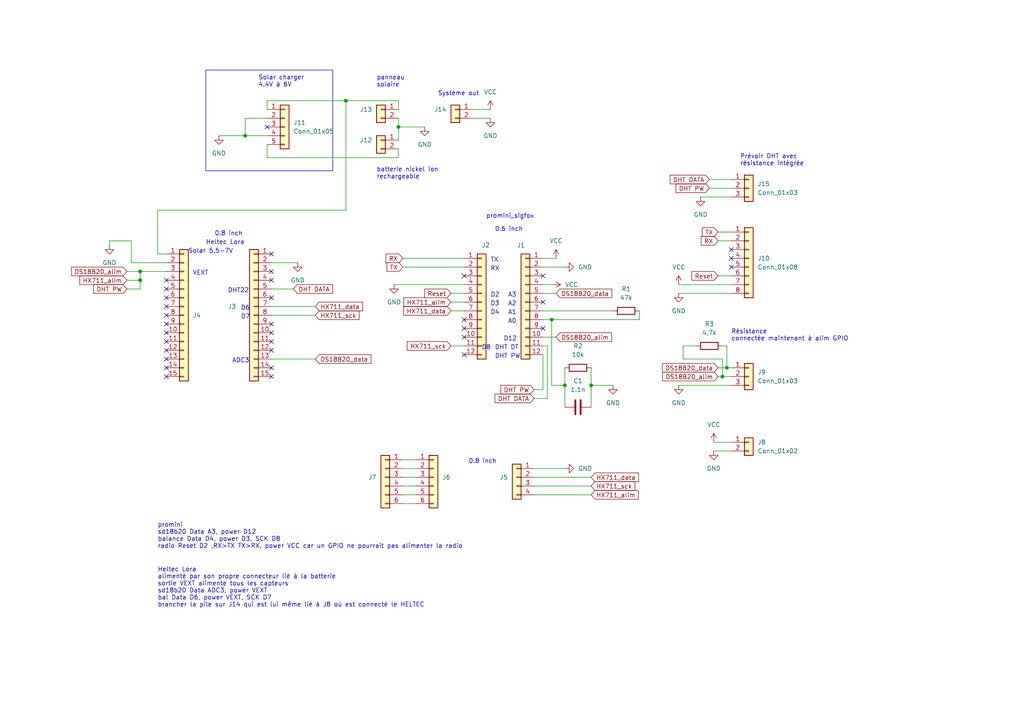
<source format=kicad_sch>
(kicad_sch (version 20230121) (generator eeschema)
  (paper "A4")
  (title_block (date "sam. 04 avril 2015"))
  (lib_symbols
    (symbol "Connector_Generic:Conn_01x02" (pin_names (offset 1.016) hide)
      (property "Reference" "J" (at 0 2.54 0))
      (property "Value" "Conn_01x02" (at 0 -5.08 0))
      (symbol "Conn_01x02_1_1"
        (rectangle (start -1.27 -2.413) (end 0 -2.667) (stroke (width 0.1524)))
        (rectangle (start -1.27 0.127) (end 0 -0.127) (stroke (width 0.1524)))
        (rectangle (start -1.27 1.27) (end 1.27 -3.81) (stroke (width 0.254)) (fill (type background)))
        (pin passive line (at -5.08 0 0) (length 3.81) (name "Pin_1") (number "1"))
        (pin passive line (at -5.08 -2.54 0) (length 3.81) (name "Pin_2") (number "2"))
      )
    )
    (symbol "Connector_Generic:Conn_01x03" (pin_names (offset 1.016) hide)
      (property "Reference" "J" (at 0 5.08 0))
      (property "Value" "Conn_01x03" (at 0 -5.08 0))
      (symbol "Conn_01x03_1_1"
        (rectangle (start -1.27 -2.413) (end 0 -2.667) (stroke (width 0.1524)))
        (rectangle (start -1.27 0.127) (end 0 -0.127) (stroke (width 0.1524)))
        (rectangle (start -1.27 2.667) (end 0 2.413) (stroke (width 0.1524)))
        (rectangle (start -1.27 3.81) (end 1.27 -3.81) (stroke (width 0.254)) (fill (type background)))
        (pin passive line (at -5.08 2.54 0) (length 3.81) (name "Pin_1") (number "1"))
        (pin passive line (at -5.08 0 0) (length 3.81) (name "Pin_2") (number "2"))
        (pin passive line (at -5.08 -2.54 0) (length 3.81) (name "Pin_3") (number "3"))
      )
    )
    (symbol "Connector_Generic:Conn_01x04" (pin_names (offset 1.016) hide)
      (property "Reference" "J" (at 0 5.08 0))
      (property "Value" "Conn_01x04" (at 0 -7.62 0))
      (symbol "Conn_01x04_1_1"
        (rectangle (start -1.27 -4.953) (end 0 -5.207) (stroke (width 0.1524)))
        (rectangle (start -1.27 -2.413) (end 0 -2.667) (stroke (width 0.1524)))
        (rectangle (start -1.27 0.127) (end 0 -0.127) (stroke (width 0.1524)))
        (rectangle (start -1.27 2.667) (end 0 2.413) (stroke (width 0.1524)))
        (rectangle (start -1.27 3.81) (end 1.27 -6.35) (stroke (width 0.254)) (fill (type background)))
        (pin passive line (at -5.08 2.54 0) (length 3.81) (name "Pin_1") (number "1"))
        (pin passive line (at -5.08 0 0) (length 3.81) (name "Pin_2") (number "2"))
        (pin passive line (at -5.08 -2.54 0) (length 3.81) (name "Pin_3") (number "3"))
        (pin passive line (at -5.08 -5.08 0) (length 3.81) (name "Pin_4") (number "4"))
      )
    )
    (symbol "Connector_Generic:Conn_01x05" (pin_names (offset 1.016) hide)
      (property "Reference" "J" (at 0 7.62 0))
      (property "Value" "Conn_01x05" (at 0 -7.62 0))
      (symbol "Conn_01x05_1_1"
        (rectangle (start -1.27 -4.953) (end 0 -5.207) (stroke (width 0.1524)))
        (rectangle (start -1.27 -2.413) (end 0 -2.667) (stroke (width 0.1524)))
        (rectangle (start -1.27 0.127) (end 0 -0.127) (stroke (width 0.1524)))
        (rectangle (start -1.27 2.667) (end 0 2.413) (stroke (width 0.1524)))
        (rectangle (start -1.27 5.207) (end 0 4.953) (stroke (width 0.1524)))
        (rectangle (start -1.27 6.35) (end 1.27 -6.35) (stroke (width 0.254)) (fill (type background)))
        (pin passive line (at -5.08 5.08 0) (length 3.81) (name "Pin_1") (number "1"))
        (pin passive line (at -5.08 2.54 0) (length 3.81) (name "Pin_2") (number "2"))
        (pin passive line (at -5.08 0 0) (length 3.81) (name "Pin_3") (number "3"))
        (pin passive line (at -5.08 -2.54 0) (length 3.81) (name "Pin_4") (number "4"))
        (pin passive line (at -5.08 -5.08 0) (length 3.81) (name "Pin_5") (number "5"))
      )
    )
    (symbol "Connector_Generic:Conn_01x06" (pin_names (offset 1.016) hide)
      (property "Reference" "J" (at 0 7.62 0))
      (property "Value" "Conn_01x06" (at 0 -10.16 0))
      (symbol "Conn_01x06_1_1"
        (rectangle (start -1.27 -7.493) (end 0 -7.747) (stroke (width 0.1524)))
        (rectangle (start -1.27 -4.953) (end 0 -5.207) (stroke (width 0.1524)))
        (rectangle (start -1.27 -2.413) (end 0 -2.667) (stroke (width 0.1524)))
        (rectangle (start -1.27 0.127) (end 0 -0.127) (stroke (width 0.1524)))
        (rectangle (start -1.27 2.667) (end 0 2.413) (stroke (width 0.1524)))
        (rectangle (start -1.27 5.207) (end 0 4.953) (stroke (width 0.1524)))
        (rectangle (start -1.27 6.35) (end 1.27 -8.89) (stroke (width 0.254)) (fill (type background)))
        (pin passive line (at -5.08 5.08 0) (length 3.81) (name "Pin_1") (number "1"))
        (pin passive line (at -5.08 2.54 0) (length 3.81) (name "Pin_2") (number "2"))
        (pin passive line (at -5.08 0 0) (length 3.81) (name "Pin_3") (number "3"))
        (pin passive line (at -5.08 -2.54 0) (length 3.81) (name "Pin_4") (number "4"))
        (pin passive line (at -5.08 -5.08 0) (length 3.81) (name "Pin_5") (number "5"))
        (pin passive line (at -5.08 -7.62 0) (length 3.81) (name "Pin_6") (number "6"))
      )
    )
    (symbol "Connector_Generic:Conn_01x08" (pin_names (offset 1.016) hide)
      (property "Reference" "J" (at 0 10.16 0))
      (property "Value" "Conn_01x08" (at 0 -12.7 0))
      (symbol "Conn_01x08_1_1"
        (rectangle (start -1.27 -10.033) (end 0 -10.287) (stroke (width 0.1524)))
        (rectangle (start -1.27 -7.493) (end 0 -7.747) (stroke (width 0.1524)))
        (rectangle (start -1.27 -4.953) (end 0 -5.207) (stroke (width 0.1524)))
        (rectangle (start -1.27 -2.413) (end 0 -2.667) (stroke (width 0.1524)))
        (rectangle (start -1.27 0.127) (end 0 -0.127) (stroke (width 0.1524)))
        (rectangle (start -1.27 2.667) (end 0 2.413) (stroke (width 0.1524)))
        (rectangle (start -1.27 5.207) (end 0 4.953) (stroke (width 0.1524)))
        (rectangle (start -1.27 7.747) (end 0 7.493) (stroke (width 0.1524)))
        (rectangle (start -1.27 8.89) (end 1.27 -11.43) (stroke (width 0.254)) (fill (type background)))
        (pin passive line (at -5.08 7.62 0) (length 3.81) (name "Pin_1") (number "1"))
        (pin passive line (at -5.08 5.08 0) (length 3.81) (name "Pin_2") (number "2"))
        (pin passive line (at -5.08 2.54 0) (length 3.81) (name "Pin_3") (number "3"))
        (pin passive line (at -5.08 0 0) (length 3.81) (name "Pin_4") (number "4"))
        (pin passive line (at -5.08 -2.54 0) (length 3.81) (name "Pin_5") (number "5"))
        (pin passive line (at -5.08 -5.08 0) (length 3.81) (name "Pin_6") (number "6"))
        (pin passive line (at -5.08 -7.62 0) (length 3.81) (name "Pin_7") (number "7"))
        (pin passive line (at -5.08 -10.16 0) (length 3.81) (name "Pin_8") (number "8"))
      )
    )
    (symbol "Connector_Generic:Conn_01x12" (pin_names (offset 1.016) hide)
      (property "Reference" "J" (at 0 15.24 0))
      (property "Value" "Conn_01x12" (at 0 -17.78 0))
      (symbol "Conn_01x12_1_1"
        (rectangle (start -1.27 -15.113) (end 0 -15.367) (stroke (width 0.1524)))
        (rectangle (start -1.27 -12.573) (end 0 -12.827) (stroke (width 0.1524)))
        (rectangle (start -1.27 -10.033) (end 0 -10.287) (stroke (width 0.1524)))
        (rectangle (start -1.27 -7.493) (end 0 -7.747) (stroke (width 0.1524)))
        (rectangle (start -1.27 -4.953) (end 0 -5.207) (stroke (width 0.1524)))
        (rectangle (start -1.27 -2.413) (end 0 -2.667) (stroke (width 0.1524)))
        (rectangle (start -1.27 0.127) (end 0 -0.127) (stroke (width 0.1524)))
        (rectangle (start -1.27 2.667) (end 0 2.413) (stroke (width 0.1524)))
        (rectangle (start -1.27 5.207) (end 0 4.953) (stroke (width 0.1524)))
        (rectangle (start -1.27 7.747) (end 0 7.493) (stroke (width 0.1524)))
        (rectangle (start -1.27 10.287) (end 0 10.033) (stroke (width 0.1524)))
        (rectangle (start -1.27 12.827) (end 0 12.573) (stroke (width 0.1524)))
        (rectangle (start -1.27 13.97) (end 1.27 -16.51) (stroke (width 0.254)) (fill (type background)))
        (pin passive line (at -5.08 12.7 0) (length 3.81) (name "Pin_1") (number "1"))
        (pin passive line (at -5.08 -10.16 0) (length 3.81) (name "Pin_10") (number "10"))
        (pin passive line (at -5.08 -12.7 0) (length 3.81) (name "Pin_11") (number "11"))
        (pin passive line (at -5.08 -15.24 0) (length 3.81) (name "Pin_12") (number "12"))
        (pin passive line (at -5.08 10.16 0) (length 3.81) (name "Pin_2") (number "2"))
        (pin passive line (at -5.08 7.62 0) (length 3.81) (name "Pin_3") (number "3"))
        (pin passive line (at -5.08 5.08 0) (length 3.81) (name "Pin_4") (number "4"))
        (pin passive line (at -5.08 2.54 0) (length 3.81) (name "Pin_5") (number "5"))
        (pin passive line (at -5.08 0 0) (length 3.81) (name "Pin_6") (number "6"))
        (pin passive line (at -5.08 -2.54 0) (length 3.81) (name "Pin_7") (number "7"))
        (pin passive line (at -5.08 -5.08 0) (length 3.81) (name "Pin_8") (number "8"))
        (pin passive line (at -5.08 -7.62 0) (length 3.81) (name "Pin_9") (number "9"))
      )
    )
    (symbol "Connector_Generic:Conn_01x15" (pin_names (offset 1.016) hide)
      (property "Reference" "J" (at 0 20.32 0))
      (property "Value" "Conn_01x15" (at 0 -20.32 0))
      (symbol "Conn_01x15_1_1"
        (rectangle (start -1.27 -17.653) (end 0 -17.907) (stroke (width 0.1524)))
        (rectangle (start -1.27 -15.113) (end 0 -15.367) (stroke (width 0.1524)))
        (rectangle (start -1.27 -12.573) (end 0 -12.827) (stroke (width 0.1524)))
        (rectangle (start -1.27 -10.033) (end 0 -10.287) (stroke (width 0.1524)))
        (rectangle (start -1.27 -7.493) (end 0 -7.747) (stroke (width 0.1524)))
        (rectangle (start -1.27 -4.953) (end 0 -5.207) (stroke (width 0.1524)))
        (rectangle (start -1.27 -2.413) (end 0 -2.667) (stroke (width 0.1524)))
        (rectangle (start -1.27 0.127) (end 0 -0.127) (stroke (width 0.1524)))
        (rectangle (start -1.27 2.667) (end 0 2.413) (stroke (width 0.1524)))
        (rectangle (start -1.27 5.207) (end 0 4.953) (stroke (width 0.1524)))
        (rectangle (start -1.27 7.747) (end 0 7.493) (stroke (width 0.1524)))
        (rectangle (start -1.27 10.287) (end 0 10.033) (stroke (width 0.1524)))
        (rectangle (start -1.27 12.827) (end 0 12.573) (stroke (width 0.1524)))
        (rectangle (start -1.27 15.367) (end 0 15.113) (stroke (width 0.1524)))
        (rectangle (start -1.27 17.907) (end 0 17.653) (stroke (width 0.1524)))
        (rectangle (start -1.27 19.05) (end 1.27 -19.05) (stroke (width 0.254)) (fill (type background)))
        (pin passive line (at -5.08 17.78 0) (length 3.81) (name "Pin_1") (number "1"))
        (pin passive line (at -5.08 -5.08 0) (length 3.81) (name "Pin_10") (number "10"))
        (pin passive line (at -5.08 -7.62 0) (length 3.81) (name "Pin_11") (number "11"))
        (pin passive line (at -5.08 -10.16 0) (length 3.81) (name "Pin_12") (number "12"))
        (pin passive line (at -5.08 -12.7 0) (length 3.81) (name "Pin_13") (number "13"))
        (pin passive line (at -5.08 -15.24 0) (length 3.81) (name "Pin_14") (number "14"))
        (pin passive line (at -5.08 -17.78 0) (length 3.81) (name "Pin_15") (number "15"))
        (pin passive line (at -5.08 15.24 0) (length 3.81) (name "Pin_2") (number "2"))
        (pin passive line (at -5.08 12.7 0) (length 3.81) (name "Pin_3") (number "3"))
        (pin passive line (at -5.08 10.16 0) (length 3.81) (name "Pin_4") (number "4"))
        (pin passive line (at -5.08 7.62 0) (length 3.81) (name "Pin_5") (number "5"))
        (pin passive line (at -5.08 5.08 0) (length 3.81) (name "Pin_6") (number "6"))
        (pin passive line (at -5.08 2.54 0) (length 3.81) (name "Pin_7") (number "7"))
        (pin passive line (at -5.08 0 0) (length 3.81) (name "Pin_8") (number "8"))
        (pin passive line (at -5.08 -2.54 0) (length 3.81) (name "Pin_9") (number "9"))
      )
    )
    (symbol "Device:C" (pin_numbers hide) (pin_names (offset 0.254))
      (property "Reference" "C" (at 0.635 2.54 0))
      (property "Value" "C" (at 0.635 -2.54 0))
      (symbol "C_0_1"
        (polyline (pts (xy -2.032 -0.762) (xy 2.032 -0.762)) (stroke (width 0.508)))
        (polyline (pts (xy -2.032 0.762) (xy 2.032 0.762)) (stroke (width 0.508)))
      )
      (symbol "C_1_1"
        (pin passive line (at 0 3.81 270) (length 2.794) (name "~") (number "1"))
        (pin passive line (at 0 -3.81 90) (length 2.794) (name "~") (number "2"))
      )
    )
    (symbol "Device:R" (pin_numbers hide) (pin_names (offset 0))
      (property "Reference" "R" (at 2.032 0 90))
      (property "Value" "R" (at 0 0 90))
      (symbol "R_0_1"
        (rectangle (start -1.016 -2.54) (end 1.016 2.54) (stroke (width 0.254)))
      )
      (symbol "R_1_1"
        (pin passive line (at 0 3.81 270) (length 1.27) (name "~") (number "1"))
        (pin passive line (at 0 -3.81 90) (length 1.27) (name "~") (number "2"))
      )
    )
    (symbol "GND_1" (power) (pin_names (offset 0))
      (property "Value" "GND_1" (at 0 -3.81 0))
      (symbol "GND_1_0_1"
        (polyline (pts (xy 0 0) (xy 0 -1.27) (xy 1.27 -1.27) (xy 0 -2.54) (xy -1.27 -1.27) (xy 0 -1.27)))
      )
      (symbol "GND_1_1_1"
        (pin power_in line (at 0 0 270) (length 0) hide (name "GND") (number "1"))
      )
    )
    (symbol "VCC_1" (power) (pin_names (offset 0))
      (property "Value" "VCC_1" (at 0 3.81 0))
      (symbol "VCC_1_0_1"
        (polyline (pts (xy -0.762 1.27) (xy 0 2.54)))
        (polyline (pts (xy 0 0) (xy 0 2.54)))
        (polyline (pts (xy 0 2.54) (xy 0.762 1.27)))
      )
      (symbol "VCC_1_1_1"
        (pin power_in line (at 0 0 90) (length 0) hide (name "VCC") (number "1"))
      )
    )
    (symbol "power:GND" (power) (pin_names (offset 0))
      (property "Value" "GND" (at 0 -3.81 0))
      (symbol "GND_0_1"
        (polyline (pts (xy 0 0) (xy 0 -1.27) (xy 1.27 -1.27) (xy 0 -2.54) (xy -1.27 -1.27) (xy 0 -1.27)))
      )
      (symbol "GND_1_1"
        (pin power_in line (at 0 0 270) (length 0) hide (name "GND") (number "1"))
      )
    )
    (symbol "power:VCC" (power) (pin_names (offset 0))
      (property "Value" "VCC" (at 0 3.81 0))
      (symbol "VCC_0_1"
        (polyline (pts (xy -0.762 1.27) (xy 0 2.54)))
        (polyline (pts (xy 0 0) (xy 0 2.54)))
        (polyline (pts (xy 0 2.54) (xy 0.762 1.27)))
      )
      (symbol "VCC_1_1"
        (pin power_in line (at 0 0 90) (length 0) hide (name "VCC") (number "1"))
      )
    )
  )
  (junction (at 115.57 36.83))
  (junction (at 210.82 106.68))
  (junction (at 160.02 92.71))
  (junction (at 100.33 29.21))
  (junction (at 40.64 81.28))
  (junction (at 171.45 111.76))
  (junction (at 40.64 78.74))
  (junction (at 163.83 111.76))
  (junction (at 71.12 39.37))
  (junction (at 209.55 109.22))
  (no_connect (at 48.26 86.36))
  (no_connect (at 78.74 99.06))
  (no_connect (at 78.74 96.52))
  (no_connect (at 134.62 92.71))
  (no_connect (at 78.74 81.28))
  (no_connect (at 48.26 99.06))
  (no_connect (at 48.26 83.82))
  (no_connect (at 78.74 109.22))
  (no_connect (at 157.48 80.01))
  (no_connect (at 78.74 93.98))
  (no_connect (at 48.26 101.6))
  (no_connect (at 212.09 72.39))
  (no_connect (at 48.26 106.68))
  (no_connect (at 78.74 86.36))
  (no_connect (at 48.26 109.22))
  (no_connect (at 78.74 106.68))
  (no_connect (at 48.26 96.52))
  (no_connect (at 134.62 102.87))
  (no_connect (at 157.48 87.63))
  (no_connect (at 48.26 91.44))
  (no_connect (at 78.74 73.66))
  (no_connect (at 134.62 95.25))
  (no_connect (at 48.26 104.14))
  (no_connect (at 48.26 81.28))
  (no_connect (at 134.62 97.79))
  (no_connect (at 78.74 101.6))
  (no_connect (at 48.26 93.98))
  (no_connect (at 77.47 36.83))
  (no_connect (at 157.48 95.25))
  (no_connect (at 134.62 80.01))
  (no_connect (at 212.09 77.47))
  (no_connect (at 78.74 78.74))
  (no_connect (at 48.26 88.9))
  (no_connect (at 212.09 74.93))
  (wire (pts (xy 157.48 97.79) (xy 161.29 97.79)))
  (wire (pts (xy 77.47 29.21) (xy 77.47 31.75)))
  (wire (pts (xy 40.64 78.74) (xy 48.26 78.74)))
  (wire (pts (xy 116.84 143.51) (xy 120.65 143.51)))
  (wire (pts (xy 36.83 83.82) (xy 40.64 83.82)))
  (wire (pts (xy 45.72 73.66) (xy 48.26 73.66)))
  (wire (pts (xy 205.74 54.61) (xy 212.09 54.61)))
  (wire (pts (xy 114.3 82.55) (xy 134.62 82.55)))
  (wire (pts (xy 157.48 85.09) (xy 161.29 85.09)))
  (wire (pts (xy 163.83 111.76) (xy 163.83 118.11)))
  (wire (pts (xy 77.47 41.91) (xy 77.47 45.72)))
  (wire (pts (xy 36.83 78.74) (xy 40.64 78.74)))
  (polyline (pts (xy 59.69 49.53) (xy 96.52 49.53)))
  (wire (pts (xy 154.94 135.89) (xy 163.83 135.89)))
  (polyline (pts (xy 60.96 20.32) (xy 96.52 20.32)))
  (wire (pts (xy 100.33 60.96) (xy 45.72 60.96)))
  (wire (pts (xy 209.55 104.14) (xy 209.55 109.22)))
  (wire (pts (xy 116.84 74.93) (xy 134.62 74.93)))
  (wire (pts (xy 100.33 29.21) (xy 100.33 60.96)))
  (wire (pts (xy 198.12 100.33) (xy 198.12 104.14)))
  (wire (pts (xy 160.02 92.71) (xy 160.02 111.76)))
  (wire (pts (xy 116.84 140.97) (xy 120.65 140.97)))
  (wire (pts (xy 208.28 67.31) (xy 212.09 67.31)))
  (wire (pts (xy 38.1 69.85) (xy 31.75 69.85)))
  (wire (pts (xy 31.75 69.85) (xy 31.75 71.12)))
  (wire (pts (xy 205.74 52.07) (xy 212.09 52.07)))
  (wire (pts (xy 157.48 82.55) (xy 160.02 82.55)))
  (wire (pts (xy 115.57 36.83) (xy 123.19 36.83)))
  (wire (pts (xy 207.01 130.81) (xy 212.09 130.81)))
  (wire (pts (xy 63.5 39.37) (xy 71.12 39.37)))
  (wire (pts (xy 115.57 29.21) (xy 100.33 29.21)))
  (wire (pts (xy 210.82 106.68) (xy 212.09 106.68)))
  (wire (pts (xy 157.48 92.71) (xy 160.02 92.71)))
  (wire (pts (xy 40.64 83.82) (xy 40.64 81.28)))
  (wire (pts (xy 116.84 135.89) (xy 120.65 135.89)))
  (wire (pts (xy 160.02 111.76) (xy 163.83 111.76)))
  (wire (pts (xy 115.57 34.29) (xy 115.57 36.83)))
  (wire (pts (xy 130.81 90.17) (xy 134.62 90.17)))
  (wire (pts (xy 115.57 36.83) (xy 115.57 40.64)))
  (wire (pts (xy 45.72 60.96) (xy 45.72 73.66)))
  (wire (pts (xy 71.12 34.29) (xy 71.12 39.37)))
  (wire (pts (xy 196.85 82.55) (xy 212.09 82.55)))
  (wire (pts (xy 203.2 57.15) (xy 212.09 57.15)))
  (wire (pts (xy 157.48 102.87) (xy 157.48 113.03)))
  (wire (pts (xy 130.81 85.09) (xy 134.62 85.09)))
  (wire (pts (xy 198.12 104.14) (xy 209.55 104.14)))
  (wire (pts (xy 130.81 87.63) (xy 134.62 87.63)))
  (wire (pts (xy 115.57 45.72) (xy 77.47 45.72)))
  (wire (pts (xy 208.28 69.85) (xy 212.09 69.85)))
  (wire (pts (xy 209.55 109.22) (xy 212.09 109.22)))
  (wire (pts (xy 38.1 76.2) (xy 38.1 69.85)))
  (wire (pts (xy 77.47 34.29) (xy 71.12 34.29)))
  (wire (pts (xy 137.16 34.29) (xy 142.24 34.29)))
  (wire (pts (xy 208.28 109.22) (xy 209.55 109.22)))
  (wire (pts (xy 185.42 92.71) (xy 185.42 90.17)))
  (wire (pts (xy 157.48 113.03) (xy 154.94 113.03)))
  (wire (pts (xy 130.81 100.33) (xy 134.62 100.33)))
  (wire (pts (xy 157.48 77.47) (xy 163.83 77.47)))
  (wire (pts (xy 115.57 43.18) (xy 115.57 45.72)))
  (wire (pts (xy 154.94 138.43) (xy 171.45 138.43)))
  (wire (pts (xy 116.84 146.05) (xy 120.65 146.05)))
  (wire (pts (xy 115.57 31.75) (xy 115.57 29.21)))
  (wire (pts (xy 116.84 133.35) (xy 120.65 133.35)))
  (wire (pts (xy 40.64 81.28) (xy 40.64 78.74)))
  (wire (pts (xy 158.75 115.57) (xy 154.94 115.57)))
  (wire (pts (xy 209.55 100.33) (xy 210.82 100.33)))
  (wire (pts (xy 154.94 143.51) (xy 171.45 143.51)))
  (wire (pts (xy 198.12 100.33) (xy 201.93 100.33)))
  (polyline (pts (xy 59.69 20.32) (xy 60.96 20.32)))
  (wire (pts (xy 116.84 138.43) (xy 120.65 138.43)))
  (wire (pts (xy 157.48 90.17) (xy 177.8 90.17)))
  (wire (pts (xy 160.02 92.71) (xy 185.42 92.71)))
  (wire (pts (xy 210.82 100.33) (xy 210.82 106.68)))
  (wire (pts (xy 78.74 76.2) (xy 86.36 76.2)))
  (wire (pts (xy 36.83 81.28) (xy 40.64 81.28)))
  (wire (pts (xy 78.74 104.14) (xy 91.44 104.14)))
  (wire (pts (xy 78.74 83.82) (xy 85.09 83.82)))
  (wire (pts (xy 78.74 88.9) (xy 91.44 88.9)))
  (wire (pts (xy 71.12 39.37) (xy 77.47 39.37)))
  (polyline (pts (xy 96.52 49.53) (xy 96.52 48.26)))
  (wire (pts (xy 171.45 106.68) (xy 171.45 111.76)))
  (wire (pts (xy 208.28 106.68) (xy 210.82 106.68)))
  (wire (pts (xy 171.45 111.76) (xy 171.45 118.11)))
  (wire (pts (xy 157.48 100.33) (xy 158.75 100.33)))
  (wire (pts (xy 207.01 128.27) (xy 212.09 128.27)))
  (wire (pts (xy 154.94 140.97) (xy 171.45 140.97)))
  (wire (pts (xy 48.26 76.2) (xy 38.1 76.2)))
  (polyline (pts (xy 59.69 49.53) (xy 59.69 20.32)))
  (wire (pts (xy 171.45 111.76) (xy 177.8 111.76)))
  (wire (pts (xy 208.28 80.01) (xy 212.09 80.01)))
  (wire (pts (xy 163.83 106.68) (xy 163.83 111.76)))
  (wire (pts (xy 196.85 111.76) (xy 212.09 111.76)))
  (wire (pts (xy 137.16 31.75) (xy 142.24 31.75)))
  (polyline (pts (xy 96.52 20.32) (xy 96.52 49.53)))
  (wire (pts (xy 100.33 29.21) (xy 77.47 29.21)))
  (wire (pts (xy 157.48 74.93) (xy 161.29 74.93)))
  (wire (pts (xy 196.85 85.09) (xy 212.09 85.09)))
  (wire (pts (xy 158.75 100.33) (xy 158.75 115.57)))
  (wire (pts (xy 116.84 77.47) (xy 134.62 77.47)))
  (wire (pts (xy 78.74 91.44) (xy 91.44 91.44)))
  (text "Solar charger\n4.4V à 6V" (at 74.93 25.4 0) (effects (font (size 1.27 1.27)) (justify left bottom)))
  (text "Système out" (at 127 27.94 0) (effects (font (size 1.27 1.27)) (justify left bottom)))
  (text "A1" (at 147.32 91.44 0) (effects (font (size 1.27 1.27)) (justify left bottom)))
  (text "D4" (at 142.24 91.44 0) (effects (font (size 1.27 1.27)) (justify left bottom)))
  (text "Solar 5.5-7V" (at 54.61 73.66 0) (effects (font (size 1.27 1.27)) (justify left bottom)))
  (text "RX" (at 142.24 78.74 0) (effects (font (size 1.27 1.27)) (justify left bottom)))
  (text "DHT DT" (at 143.51 101.6 0) (effects (font (size 1.27 1.27)) (justify left bottom)))
  (text "D3" (at 142.24 88.9 0) (effects (font (size 1.27 1.27)) (justify left bottom)))
  (text "D6" (at 69.85 90.17 0) (effects (font (size 1.27 1.27)) (justify left bottom)))
  (text "0.8 inch" (at 135.89 134.62 0) (effects (font (size 1.27 1.27)) (justify left bottom)))
  (text "D8" (at 139.7 101.6 0) (effects (font (size 1.27 1.27)) (justify left bottom)))
  (text "Résistance\nconnectée maintenant à alim GPIO" (at 212.09 99.06 0) (effects (font (size 1.27 1.27)) (justify left bottom)))
  (text "TX" (at 142.24 76.2 0) (effects (font (size 1.27 1.27)) (justify left bottom)))
  (text "DHT22" (at 66.04 85.09 0) (effects (font (size 1.27 1.27)) (justify left bottom)))
  (text "Heltec Lora\nalimenté par son propre connecteur lié à la batterie\nsortie VEXT alimente tous les capteurs\nsd18b20 Data ADC3, power VEXT\nbal Data D6, power VEXT, SCK D7\nbrancher la pile sur J14 qui est lui même lié à J8 où est connecté le HELTEC\n\n\n" (at 45.72 180.34 0) (effects (font (size 1.27 1.27)) (justify left bottom)))
  (text "A3" (at 147.32 86.36 0) (effects (font (size 1.27 1.27)) (justify left bottom)))
  (text "0.8 inch" (at 62.23 68.58 0) (effects (font (size 1.27 1.27)) (justify left bottom)))
  (text "Heltec Lora" (at 59.69 71.12 0) (effects (font (size 1.27 1.27)) (justify left bottom)))
  (text "DHT PW" (at 143.51 104.14 0) (effects (font (size 1.27 1.27)) (justify left bottom)))
  (text "A2" (at 147.32 88.9 0) (effects (font (size 1.27 1.27)) (justify left bottom)))
  (text "promini_sigfox" (at 140.97 63.5 0) (effects (font (size 1.27 1.27)) (justify left bottom)))
  (text "D2" (at 142.24 86.36 0) (effects (font (size 1.27 1.27)) (justify left bottom)))
  (text "ADC3" (at 67.31 105.41 0) (effects (font (size 1.27 1.27)) (justify left bottom)))
  (text "VEXT" (at 55.88 80.01 0) (effects (font (size 1.27 1.27)) (justify left bottom)))
  (text "D12" (at 146.05 99.06 0) (effects (font (size 1.27 1.27)) (justify left bottom)))
  (text "0.6 inch" (at 143.51 67.31 0) (effects (font (size 1.27 1.27)) (justify left bottom)))
  (text "batterie nickel ion\nrechargeable" (at 109.22 52.07 0) (effects (font (size 1.27 1.27)) (justify left bottom)))
  (text "Prévoir DHT avec \nrésistance intégrée" (at 214.63 48.26 0) (effects (font (size 1.27 1.27)) (justify left bottom)))
  (text "D7" (at 69.85 92.71 0) (effects (font (size 1.27 1.27)) (justify left bottom)))
  (text "A0" (at 147.32 93.98 0) (effects (font (size 1.27 1.27)) (justify left bottom)))
  (text "panneau\nsolaire" (at 109.22 25.4 0) (effects (font (size 1.27 1.27)) (justify left bottom)))
  (text "promini\nsd18b20 Data A3, power D12\nbalance Data D4, power D3, SCK D8\nradio Reset D2 ,RX>TX TX>RX, power VCC car un GPIO ne pourrait pas alimenter la radio\n\n" (at 45.72 161.29 0) (effects (font (size 1.27 1.27)) (justify left bottom)))
  (global_label "RX" (shape input) (at 116.84 74.93 180) (property "Intersheetrefs" "${INTERSHEET_REFS}" (effects hide)))
  (global_label "DS18B20_data" (shape input) (at 91.44 104.14 0) (property "Intersheetrefs" "${INTERSHEET_REFS}" (effects hide)))
  (global_label "Reset" (shape input) (at 208.28 80.01 180) (property "Intersheetrefs" "${INTERSHEET_REFS}" (effects hide)))
  (global_label "HX711_sck" (shape input) (at 171.45 140.97 0) (property "Intersheetrefs" "${INTERSHEET_REFS}" (effects hide)))
  (global_label "DHT DATA" (shape input) (at 85.09 83.82 0) (property "Intersheetrefs" "${INTERSHEET_REFS}" (effects hide)))
  (global_label "TX" (shape input) (at 116.84 77.47 180) (property "Intersheetrefs" "${INTERSHEET_REFS}" (effects hide)))
  (global_label "DHT PW" (shape input) (at 205.74 54.61 180) (property "Intersheetrefs" "${INTERSHEET_REFS}" (effects hide)))
  (global_label "HX711_alim" (shape input) (at 130.81 87.63 180) (property "Intersheetrefs" "${INTERSHEET_REFS}" (effects hide)))
  (global_label "HX711_data" (shape input) (at 91.44 88.9 0) (property "Intersheetrefs" "${INTERSHEET_REFS}" (effects hide)))
  (global_label "HX711_alim" (shape input) (at 36.83 81.28 180) (property "Intersheetrefs" "${INTERSHEET_REFS}" (effects hide)))
  (global_label "HX711_sck" (shape input) (at 130.81 100.33 180) (property "Intersheetrefs" "${INTERSHEET_REFS}" (effects hide)))
  (global_label "DHT PW" (shape input) (at 36.83 83.82 180) (property "Intersheetrefs" "${INTERSHEET_REFS}" (effects hide)))
  (global_label "DS18B20_data" (shape input) (at 208.28 106.68 180) (property "Intersheetrefs" "${INTERSHEET_REFS}" (effects hide)))
  (global_label "HX711_data" (shape input) (at 130.81 90.17 180) (property "Intersheetrefs" "${INTERSHEET_REFS}" (effects hide)))
  (global_label "DHT DATA" (shape input) (at 154.94 115.57 180) (property "Intersheetrefs" "${INTERSHEET_REFS}" (effects hide)))
  (global_label "HX711_sck" (shape input) (at 91.44 91.44 0) (property "Intersheetrefs" "${INTERSHEET_REFS}" (effects hide)))
  (global_label "DS18B20_alim" (shape input) (at 161.29 97.79 0) (property "Intersheetrefs" "${INTERSHEET_REFS}" (effects hide)))
  (global_label "HX711_data" (shape input) (at 171.45 138.43 0) (property "Intersheetrefs" "${INTERSHEET_REFS}" (effects hide)))
  (global_label "DS18B20_alim" (shape input) (at 208.28 109.22 180) (property "Intersheetrefs" "${INTERSHEET_REFS}" (effects hide)))
  (global_label "HX711_alim" (shape input) (at 171.45 143.51 0) (property "Intersheetrefs" "${INTERSHEET_REFS}" (effects hide)))
  (global_label "DS18B20_alim" (shape input) (at 36.83 78.74 180) (property "Intersheetrefs" "${INTERSHEET_REFS}" (effects hide)))
  (global_label "DHT DATA" (shape input) (at 205.74 52.07 180) (property "Intersheetrefs" "${INTERSHEET_REFS}" (effects hide)))
  (global_label "RX" (shape input) (at 208.28 69.85 180) (property "Intersheetrefs" "${INTERSHEET_REFS}" (effects hide)))
  (global_label "Reset" (shape input) (at 130.81 85.09 180) (property "Intersheetrefs" "${INTERSHEET_REFS}" (effects hide)))
  (global_label "TX" (shape input) (at 208.28 67.31 180) (property "Intersheetrefs" "${INTERSHEET_REFS}" (effects hide)))
  (global_label "DS18B20_data" (shape input) (at 161.29 85.09 0) (property "Intersheetrefs" "${INTERSHEET_REFS}" (effects hide)))
  (global_label "DHT PW" (shape input) (at 154.94 113.03 180) (property "Intersheetrefs" "${INTERSHEET_REFS}" (effects hide)))
  (symbol (lib_id "Connector_Generic:Conn_01x03") (at 217.17 54.61 0) (unit 1)
    (property "Reference" "J15" (at 219.71 53.34 0) (effects (justify left)))
    (property "Value" "Conn_01x03" (at 219.71 55.88 0) (effects (justify left)))
    (property "Footprint" "Connector_PinHeader_2.54mm:PinHeader_1x03_P2.54mm_Vertical" (effects hide))
  )
  (symbol (lib_name "GND_1") (lib_id "power:GND") (at 203.2 57.15 0) (unit 1)
    (property "Reference" "#PWR018" (effects hide))
    (property "Value" "GND" (at 203.2 62.23 0))
  )
  (symbol (lib_id "Device:C") (at 167.64 118.11 90) (unit 1)
    (property "Reference" "C1" (at 167.64 110.49 90))
    (property "Value" "1.1n" (at 167.64 113.03 90))
    (property "Footprint" "Capacitor_SMD:C_0603_1608Metric_Pad1.08x0.95mm_HandSolder" (effects hide))
  )
  (symbol (lib_name "VCC_1") (lib_id "power:VCC") (at 207.01 128.27 0) (unit 1)
    (property "Reference" "#PWR012" (effects hide))
    (property "Value" "VCC" (at 207.01 123.19 0))
  )
  (symbol (lib_name "GND_1") (lib_id "power:GND") (at 123.19 36.83 0) (unit 1)
    (property "Reference" "#PWR014" (effects hide))
    (property "Value" "GND" (at 123.19 41.91 0))
  )
  (symbol (lib_name "VCC_1") (lib_id "power:VCC") (at 196.85 82.55 0) (unit 1)
    (property "Reference" "#PWR01" (effects hide))
    (property "Value" "VCC" (at 196.85 77.47 0))
  )
  (symbol (lib_name "GND_1") (lib_id "power:GND") (at 142.24 34.29 0) (unit 1)
    (property "Reference" "#PWR016" (effects hide))
    (property "Value" "GND" (at 142.24 39.37 0))
  )
  (symbol (lib_id "power:GND") (at 163.83 77.47 90) (unit 1)
    (property "Reference" "#PWR04" (effects hide))
    (property "Value" "GND" (at 167.64 77.47 90) (effects (justify right)))
  )
  (symbol (lib_id "Connector_Generic:Conn_01x15") (at 53.34 91.44 0) (unit 1)
    (property "Reference" "J4" (at 55.88 91.44 0) (effects (justify left)))
    (property "Value" "Conn_01x15" (effects hide))
    (property "Footprint" "Connector_PinSocket_2.54mm:PinSocket_1x15_P2.54mm_Vertical" (effects hide))
  )
  (symbol (lib_id "Connector_Generic:Conn_01x08") (at 217.17 74.93 0) (unit 1)
    (property "Reference" "J10" (at 219.71 74.93 0) (effects (justify left)))
    (property "Value" "Conn_01x08" (at 219.71 77.47 0) (effects (justify left)))
    (property "Footprint" "Connector_PinSocket_2.54mm:PinSocket_1x08_P2.54mm_Vertical" (effects hide))
  )
  (symbol (lib_name "GND_1") (lib_id "power:GND") (at 207.01 130.81 0) (unit 1)
    (property "Reference" "#PWR013" (effects hide))
    (property "Value" "GND" (at 207.01 135.89 0))
  )
  (symbol (lib_id "Connector_Generic:Conn_01x03") (at 217.17 109.22 0) (unit 1)
    (property "Reference" "J9" (at 219.71 107.95 0) (effects (justify left)))
    (property "Value" "Conn_01x03" (at 219.71 110.49 0) (effects (justify left)))
    (property "Footprint" "Connector_PinHeader_2.54mm:PinHeader_1x03_P2.54mm_Vertical" (effects hide))
  )
  (symbol (lib_id "Connector_Generic:Conn_01x05") (at 82.55 36.83 0) (unit 1)
    (property "Reference" "J11" (at 85.09 35.56 0) (effects (justify left)))
    (property "Value" "Conn_01x05" (at 85.09 38.1 0) (effects (justify left)))
    (property "Footprint" "Connector_PinSocket_2.54mm:PinSocket_1x05_P2.54mm_Vertical" (effects hide))
  )
  (symbol (lib_id "Connector_Generic:Conn_01x02") (at 217.17 128.27 0) (unit 1)
    (property "Reference" "J8" (at 219.71 128.27 0) (effects (justify left)))
    (property "Value" "Conn_01x02" (at 219.71 130.81 0) (effects (justify left)))
    (property "Footprint" "Connector_PinHeader_2.54mm:PinHeader_1x02_P2.54mm_Vertical" (effects hide))
  )
  (symbol (lib_id "Device:R") (at 205.74 100.33 90) (unit 1)
    (property "Reference" "R3" (at 205.74 93.98 90))
    (property "Value" "4,7k" (at 205.74 96.52 90))
    (property "Footprint" "Resistor_SMD:R_0603_1608Metric_Pad0.98x0.95mm_HandSolder" (effects hide))
  )
  (symbol (lib_id "Connector_Generic:Conn_01x02") (at 132.08 31.75 0) (mirror y) (unit 1)
    (property "Reference" "J14" (at 129.54 31.75 0) (effects (justify left)))
    (property "Value" "Conn_01x02" (effects hide))
    (property "Footprint" "Connector_PinHeader_2.54mm:PinHeader_1x02_P2.54mm_Vertical" (effects hide))
  )
  (symbol (lib_id "Connector_Generic:Conn_01x15") (at 73.66 91.44 0) (mirror y) (unit 1)
    (property "Reference" "J3" (at 67.31 88.9 0))
    (property "Value" "Conn_01x15" (effects hide))
    (property "Footprint" "Connector_PinSocket_2.54mm:PinSocket_1x15_P2.54mm_Vertical" (effects hide))
  )
  (symbol (lib_name "VCC_1") (lib_id "power:VCC") (at 142.24 31.75 0) (unit 1)
    (property "Reference" "#PWR015" (effects hide))
    (property "Value" "VCC" (at 142.24 26.67 0))
  )
  (symbol (lib_name "GND_1") (lib_id "power:GND") (at 63.5 39.37 0) (unit 1)
    (property "Reference" "#PWR017" (effects hide))
    (property "Value" "GND" (at 63.5 44.45 0))
  )
  (symbol (lib_id "power:GND") (at 86.36 76.2 0) (unit 1)
    (property "Reference" "#PWR011" (effects hide))
    (property "Value" "GND" (at 86.36 81.28 0))
  )
  (symbol (lib_name "GND_1") (lib_id "power:GND") (at 196.85 111.76 0) (unit 1)
    (property "Reference" "#PWR08" (effects hide))
    (property "Value" "GND" (at 196.85 116.84 0))
  )
  (symbol (lib_id "Connector_Generic:Conn_01x02") (at 110.49 40.64 0) (mirror y) (unit 1)
    (property "Reference" "J12" (at 107.95 40.64 0) (effects (justify left)))
    (property "Value" "Conn_01x02" (effects hide))
    (property "Footprint" "Connector_PinHeader_2.54mm:PinHeader_1x02_P2.54mm_Vertical" (effects hide))
  )
  (symbol (lib_id "Device:R") (at 181.61 90.17 90) (unit 1)
    (property "Reference" "R1" (at 181.61 83.82 90))
    (property "Value" "47k" (at 181.61 86.36 90))
    (property "Footprint" "Resistor_SMD:R_0603_1608Metric_Pad0.98x0.95mm_HandSolder" (effects hide))
  )
  (symbol (lib_id "Connector_Generic:Conn_01x12") (at 139.7 87.63 0) (unit 1)
    (property "Reference" "J2" (at 139.7 71.12 0) (effects (justify left)))
    (property "Value" "Conn_01x12" (effects hide))
    (property "Footprint" "Connector_PinSocket_2.54mm:PinSocket_1x12_P2.54mm_Vertical" (effects hide))
  )
  (symbol (lib_id "Connector_Generic:Conn_01x04") (at 149.86 138.43 0) (mirror y) (unit 1)
    (property "Reference" "J5" (at 147.32 138.43 0) (effects (justify left)))
    (property "Value" "Conn_01x04" (effects hide))
    (property "Footprint" "Connector_PinSocket_2.54mm:PinSocket_1x04_P2.54mm_Vertical" (effects hide))
  )
  (symbol (lib_id "power:VCC") (at 160.02 82.55 270) (unit 1)
    (property "Reference" "#PWR05" (effects hide))
    (property "Value" "VCC" (at 163.83 82.55 90) (effects (justify left)))
  )
  (symbol (lib_id "power:VCC") (at 161.29 74.93 0) (unit 1)
    (property "Reference" "#PWR06" (effects hide))
    (property "Value" "VCC" (at 161.29 69.85 0))
  )
  (symbol (lib_id "Device:R") (at 167.64 106.68 90) (unit 1)
    (property "Reference" "R2" (at 167.64 100.33 90))
    (property "Value" "10k" (at 167.64 102.87 90))
    (property "Footprint" "Resistor_SMD:R_0603_1608Metric_Pad0.98x0.95mm_HandSolder" (effects hide))
  )
  (symbol (lib_id "power:GND") (at 114.3 82.55 0) (unit 1)
    (property "Reference" "#PWR03" (effects hide))
    (property "Value" "GND" (at 114.3 87.63 0))
  )
  (symbol (lib_id "Connector_Generic:Conn_01x06") (at 111.76 138.43 0) (mirror y) (unit 1)
    (property "Reference" "J7" (at 109.22 138.43 0) (effects (justify left)))
    (property "Value" "Conn_01x06" (effects hide))
    (property "Footprint" "Connector_PinHeader_2.54mm:PinHeader_1x06_P2.54mm_Vertical" (effects hide))
  )
  (symbol (lib_id "Connector_Generic:Conn_01x06") (at 125.73 138.43 0) (unit 1)
    (property "Reference" "J6" (at 128.27 138.43 0) (effects (justify left)))
    (property "Value" "Conn_01x06" (effects hide))
    (property "Footprint" "Connector_PinSocket_2.54mm:PinSocket_1x06_P2.54mm_Vertical" (effects hide))
  )
  (symbol (lib_id "power:GND") (at 177.8 111.76 0) (unit 1)
    (property "Reference" "#PWR010" (effects hide))
    (property "Value" "GND" (at 177.8 116.84 0))
  )
  (symbol (lib_id "Connector_Generic:Conn_01x02") (at 110.49 31.75 0) (mirror y) (unit 1)
    (property "Reference" "J13" (at 107.95 31.75 0) (effects (justify left)))
    (property "Value" "Conn_01x02" (effects hide))
    (property "Footprint" "Connector_PinHeader_2.54mm:PinHeader_1x02_P2.54mm_Vertical" (effects hide))
  )
  (symbol (lib_name "GND_1") (lib_id "power:GND") (at 163.83 135.89 90) (unit 1)
    (property "Reference" "#PWR09" (effects hide))
    (property "Value" "GND" (at 167.64 135.89 90) (effects (justify right)))
  )
  (symbol (lib_name "GND_1") (lib_id "power:GND") (at 196.85 85.09 0) (unit 1)
    (property "Reference" "#PWR02" (effects hide))
    (property "Value" "GND" (at 196.85 90.17 0))
  )
  (symbol (lib_id "Connector_Generic:Conn_01x12") (at 152.4 87.63 0) (mirror y) (unit 1)
    (property "Reference" "J1" (at 151.13 71.12 0))
    (property "Value" "Conn_01x12" (effects hide))
    (property "Footprint" "Connector_PinSocket_2.54mm:PinSocket_1x12_P2.54mm_Vertical" (effects hide))
  )
  (symbol (lib_id "power:GND") (at 31.75 71.12 0) (unit 1)
    (property "Reference" "#PWR07" (effects hide))
    (property "Value" "GND" (at 31.75 76.2 0))
  )
)
</source>
